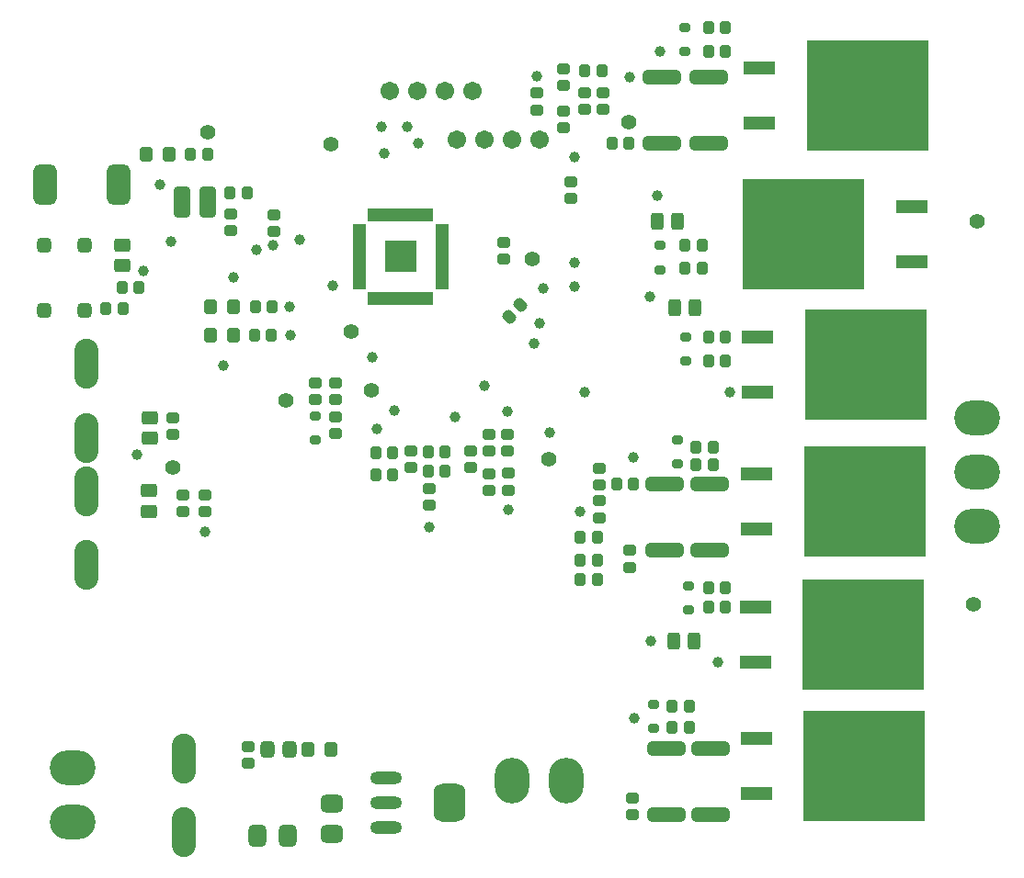
<source format=gts>
G04 Layer_Color=8388736*
%FSLAX25Y25*%
%MOIN*%
G70*
G01*
G75*
G04:AMPARAMS|DCode=51|XSize=47.37mil|YSize=39.5mil|CornerRadius=11.87mil|HoleSize=0mil|Usage=FLASHONLY|Rotation=270.000|XOffset=0mil|YOffset=0mil|HoleType=Round|Shape=RoundedRectangle|*
%AMROUNDEDRECTD51*
21,1,0.04737,0.01575,0,0,270.0*
21,1,0.02362,0.03950,0,0,270.0*
1,1,0.02375,-0.00787,-0.01181*
1,1,0.02375,-0.00787,0.01181*
1,1,0.02375,0.00787,0.01181*
1,1,0.02375,0.00787,-0.01181*
%
%ADD51ROUNDEDRECTD51*%
G04:AMPARAMS|DCode=52|XSize=47.37mil|YSize=39.5mil|CornerRadius=11.87mil|HoleSize=0mil|Usage=FLASHONLY|Rotation=0.000|XOffset=0mil|YOffset=0mil|HoleType=Round|Shape=RoundedRectangle|*
%AMROUNDEDRECTD52*
21,1,0.04737,0.01575,0,0,0.0*
21,1,0.02362,0.03950,0,0,0.0*
1,1,0.02375,0.01181,-0.00787*
1,1,0.02375,-0.01181,-0.00787*
1,1,0.02375,-0.01181,0.00787*
1,1,0.02375,0.01181,0.00787*
%
%ADD52ROUNDEDRECTD52*%
G04:AMPARAMS|DCode=53|XSize=47.37mil|YSize=39.5mil|CornerRadius=11.87mil|HoleSize=0mil|Usage=FLASHONLY|Rotation=315.000|XOffset=0mil|YOffset=0mil|HoleType=Round|Shape=RoundedRectangle|*
%AMROUNDEDRECTD53*
21,1,0.04737,0.01575,0,0,315.0*
21,1,0.02362,0.03950,0,0,315.0*
1,1,0.02375,0.00278,-0.01392*
1,1,0.02375,-0.01392,0.00278*
1,1,0.02375,-0.00278,0.01392*
1,1,0.02375,0.01392,-0.00278*
%
%ADD53ROUNDEDRECTD53*%
G04:AMPARAMS|DCode=54|XSize=47.37mil|YSize=55.24mil|CornerRadius=13.84mil|HoleSize=0mil|Usage=FLASHONLY|Rotation=180.000|XOffset=0mil|YOffset=0mil|HoleType=Round|Shape=RoundedRectangle|*
%AMROUNDEDRECTD54*
21,1,0.04737,0.02756,0,0,180.0*
21,1,0.01968,0.05524,0,0,180.0*
1,1,0.02768,-0.00984,0.01378*
1,1,0.02768,0.00984,0.01378*
1,1,0.02768,0.00984,-0.01378*
1,1,0.02768,-0.00984,-0.01378*
%
%ADD54ROUNDEDRECTD54*%
%ADD55O,0.08674X0.18123*%
G04:AMPARAMS|DCode=56|XSize=63.12mil|YSize=49.34mil|CornerRadius=14.34mil|HoleSize=0mil|Usage=FLASHONLY|Rotation=180.000|XOffset=0mil|YOffset=0mil|HoleType=Round|Shape=RoundedRectangle|*
%AMROUNDEDRECTD56*
21,1,0.06312,0.02067,0,0,180.0*
21,1,0.03445,0.04934,0,0,180.0*
1,1,0.02867,-0.01722,0.01034*
1,1,0.02867,0.01722,0.01034*
1,1,0.02867,0.01722,-0.01034*
1,1,0.02867,-0.01722,-0.01034*
%
%ADD56ROUNDEDRECTD56*%
%ADD57R,0.05131X0.01981*%
%ADD58R,0.01981X0.05131*%
%ADD59R,0.11824X0.11824*%
G04:AMPARAMS|DCode=60|XSize=114.3mil|YSize=63.12mil|CornerRadius=17.78mil|HoleSize=0mil|Usage=FLASHONLY|Rotation=270.000|XOffset=0mil|YOffset=0mil|HoleType=Round|Shape=RoundedRectangle|*
%AMROUNDEDRECTD60*
21,1,0.11430,0.02756,0,0,270.0*
21,1,0.07874,0.06312,0,0,270.0*
1,1,0.03556,-0.01378,-0.03937*
1,1,0.03556,-0.01378,0.03937*
1,1,0.03556,0.01378,0.03937*
1,1,0.03556,0.01378,-0.03937*
%
%ADD60ROUNDEDRECTD60*%
G04:AMPARAMS|DCode=61|XSize=137.92mil|YSize=51.31mil|CornerRadius=14.83mil|HoleSize=0mil|Usage=FLASHONLY|Rotation=180.000|XOffset=0mil|YOffset=0mil|HoleType=Round|Shape=RoundedRectangle|*
%AMROUNDEDRECTD61*
21,1,0.13792,0.02165,0,0,180.0*
21,1,0.10827,0.05131,0,0,180.0*
1,1,0.02965,-0.05413,0.01083*
1,1,0.02965,0.05413,0.01083*
1,1,0.02965,0.05413,-0.01083*
1,1,0.02965,-0.05413,-0.01083*
%
%ADD61ROUNDEDRECTD61*%
G04:AMPARAMS|DCode=62|XSize=55.24mil|YSize=51.31mil|CornerRadius=14.83mil|HoleSize=0mil|Usage=FLASHONLY|Rotation=90.000|XOffset=0mil|YOffset=0mil|HoleType=Round|Shape=RoundedRectangle|*
%AMROUNDEDRECTD62*
21,1,0.05524,0.02165,0,0,90.0*
21,1,0.02559,0.05131,0,0,90.0*
1,1,0.02965,0.01083,0.01279*
1,1,0.02965,0.01083,-0.01279*
1,1,0.02965,-0.01083,-0.01279*
1,1,0.02965,-0.01083,0.01279*
%
%ADD62ROUNDEDRECTD62*%
G04:AMPARAMS|DCode=63|XSize=86.74mil|YSize=145.79mil|CornerRadius=23.68mil|HoleSize=0mil|Usage=FLASHONLY|Rotation=180.000|XOffset=0mil|YOffset=0mil|HoleType=Round|Shape=RoundedRectangle|*
%AMROUNDEDRECTD63*
21,1,0.08674,0.09842,0,0,180.0*
21,1,0.03937,0.14579,0,0,180.0*
1,1,0.04737,-0.01968,0.04921*
1,1,0.04737,0.01968,0.04921*
1,1,0.04737,0.01968,-0.04921*
1,1,0.04737,-0.01968,-0.04921*
%
%ADD63ROUNDEDRECTD63*%
G04:AMPARAMS|DCode=64|XSize=32.8mil|YSize=40.68mil|CornerRadius=10.2mil|HoleSize=0mil|Usage=FLASHONLY|Rotation=90.000|XOffset=0mil|YOffset=0mil|HoleType=Round|Shape=RoundedRectangle|*
%AMROUNDEDRECTD64*
21,1,0.03280,0.02028,0,0,90.0*
21,1,0.01240,0.04068,0,0,90.0*
1,1,0.02040,0.01014,0.00620*
1,1,0.02040,0.01014,-0.00620*
1,1,0.02040,-0.01014,-0.00620*
1,1,0.02040,-0.01014,0.00620*
%
%ADD64ROUNDEDRECTD64*%
%ADD65R,0.11430X0.05131*%
%ADD66R,0.44107X0.40170*%
G04:AMPARAMS|DCode=67|XSize=137.92mil|YSize=114.3mil|CornerRadius=30.57mil|HoleSize=0mil|Usage=FLASHONLY|Rotation=90.000|XOffset=0mil|YOffset=0mil|HoleType=Round|Shape=RoundedRectangle|*
%AMROUNDEDRECTD67*
21,1,0.13792,0.05315,0,0,90.0*
21,1,0.07677,0.11430,0,0,90.0*
1,1,0.06115,0.02657,0.03839*
1,1,0.06115,0.02657,-0.03839*
1,1,0.06115,-0.02657,-0.03839*
1,1,0.06115,-0.02657,0.03839*
%
%ADD67ROUNDEDRECTD67*%
%ADD68O,0.11430X0.04737*%
G04:AMPARAMS|DCode=69|XSize=80.83mil|YSize=65.09mil|CornerRadius=18.27mil|HoleSize=0mil|Usage=FLASHONLY|Rotation=180.000|XOffset=0mil|YOffset=0mil|HoleType=Round|Shape=RoundedRectangle|*
%AMROUNDEDRECTD69*
21,1,0.08083,0.02854,0,0,180.0*
21,1,0.04429,0.06509,0,0,180.0*
1,1,0.03654,-0.02215,0.01427*
1,1,0.03654,0.02215,0.01427*
1,1,0.03654,0.02215,-0.01427*
1,1,0.03654,-0.02215,-0.01427*
%
%ADD69ROUNDEDRECTD69*%
G04:AMPARAMS|DCode=70|XSize=80.83mil|YSize=65.09mil|CornerRadius=18.27mil|HoleSize=0mil|Usage=FLASHONLY|Rotation=270.000|XOffset=0mil|YOffset=0mil|HoleType=Round|Shape=RoundedRectangle|*
%AMROUNDEDRECTD70*
21,1,0.08083,0.02854,0,0,270.0*
21,1,0.04429,0.06509,0,0,270.0*
1,1,0.03654,-0.01427,-0.02215*
1,1,0.03654,-0.01427,0.02215*
1,1,0.03654,0.01427,0.02215*
1,1,0.03654,0.01427,-0.02215*
%
%ADD70ROUNDEDRECTD70*%
G04:AMPARAMS|DCode=71|XSize=61.15mil|YSize=51.31mil|CornerRadius=14.83mil|HoleSize=0mil|Usage=FLASHONLY|Rotation=270.000|XOffset=0mil|YOffset=0mil|HoleType=Round|Shape=RoundedRectangle|*
%AMROUNDEDRECTD71*
21,1,0.06115,0.02165,0,0,270.0*
21,1,0.03150,0.05131,0,0,270.0*
1,1,0.02965,-0.01083,-0.01575*
1,1,0.02965,-0.01083,0.01575*
1,1,0.02965,0.01083,0.01575*
1,1,0.02965,0.01083,-0.01575*
%
%ADD71ROUNDEDRECTD71*%
G04:AMPARAMS|DCode=72|XSize=63.12mil|YSize=49.34mil|CornerRadius=14.34mil|HoleSize=0mil|Usage=FLASHONLY|Rotation=90.000|XOffset=0mil|YOffset=0mil|HoleType=Round|Shape=RoundedRectangle|*
%AMROUNDEDRECTD72*
21,1,0.06312,0.02067,0,0,90.0*
21,1,0.03445,0.04934,0,0,90.0*
1,1,0.02867,0.01034,0.01722*
1,1,0.02867,0.01034,-0.01722*
1,1,0.02867,-0.01034,-0.01722*
1,1,0.02867,-0.01034,0.01722*
%
%ADD72ROUNDEDRECTD72*%
%ADD73C,0.05524*%
%ADD74C,0.06706*%
%ADD75O,0.16548X0.12611*%
%ADD76O,0.12611X0.16548*%
%ADD77C,0.03950*%
D51*
X438484Y220374D02*
D03*
X432382D02*
D03*
X297146Y367717D02*
D03*
X291043D02*
D03*
X440158Y397933D02*
D03*
X434055D02*
D03*
X320669Y312106D02*
D03*
X314567D02*
D03*
X320276Y301870D02*
D03*
X314173D02*
D03*
X260335Y311417D02*
D03*
X266437D02*
D03*
X305315Y353445D02*
D03*
X311417D02*
D03*
X266240Y319291D02*
D03*
X272342D02*
D03*
X470374Y326142D02*
D03*
X476476D02*
D03*
X478740Y405020D02*
D03*
X484842D02*
D03*
X470374Y334409D02*
D03*
X476476D02*
D03*
X478740Y413681D02*
D03*
X484842D02*
D03*
X478740Y301083D02*
D03*
X484842D02*
D03*
X478740Y292421D02*
D03*
X484842D02*
D03*
X474311Y254823D02*
D03*
X480413D02*
D03*
X474311Y261336D02*
D03*
X480413D02*
D03*
X465650Y159646D02*
D03*
X471752D02*
D03*
X465650Y167126D02*
D03*
X471752D02*
D03*
X478740Y203150D02*
D03*
X484842D02*
D03*
X478740Y210236D02*
D03*
X484842D02*
D03*
X443898Y371457D02*
D03*
X450000D02*
D03*
X377182Y252461D02*
D03*
X383284D02*
D03*
X364370Y251279D02*
D03*
X358268D02*
D03*
Y259154D02*
D03*
X364370D02*
D03*
X383169Y259547D02*
D03*
X377067D02*
D03*
X432382Y228642D02*
D03*
X438484D02*
D03*
X438484Y213189D02*
D03*
X432382D02*
D03*
X451575Y247933D02*
D03*
X445472D02*
D03*
D52*
X429035Y351575D02*
D03*
Y357677D02*
D03*
X404724Y329626D02*
D03*
Y335728D02*
D03*
X450295Y217717D02*
D03*
Y223819D02*
D03*
X305413Y346063D02*
D03*
Y339961D02*
D03*
X296260Y243996D02*
D03*
Y237894D02*
D03*
X288189Y243996D02*
D03*
Y237894D02*
D03*
X284449Y272047D02*
D03*
Y265945D02*
D03*
X321080Y345571D02*
D03*
Y339469D02*
D03*
X399229Y266043D02*
D03*
Y259941D02*
D03*
X405742Y266043D02*
D03*
Y259941D02*
D03*
X392717Y253740D02*
D03*
Y259842D02*
D03*
X406136Y251772D02*
D03*
Y245669D02*
D03*
X399229Y251673D02*
D03*
Y245571D02*
D03*
X311811Y146457D02*
D03*
Y152559D02*
D03*
X451279Y133957D02*
D03*
Y127854D02*
D03*
X377559Y240239D02*
D03*
Y246341D02*
D03*
X370948Y253839D02*
D03*
Y259941D02*
D03*
X439353Y235712D02*
D03*
Y241814D02*
D03*
Y247539D02*
D03*
Y253642D02*
D03*
X426083Y377067D02*
D03*
Y383169D02*
D03*
X440453Y383957D02*
D03*
Y390059D02*
D03*
X343602Y284547D02*
D03*
Y278445D02*
D03*
Y272342D02*
D03*
Y266240D02*
D03*
X336122Y278445D02*
D03*
Y284547D02*
D03*
X426083Y392421D02*
D03*
Y398524D02*
D03*
X433957Y383957D02*
D03*
Y390059D02*
D03*
X416437Y389764D02*
D03*
Y383661D02*
D03*
D53*
X406405Y308669D02*
D03*
X410720Y312984D02*
D03*
D54*
X283268Y367717D02*
D03*
X275000D02*
D03*
X306398Y312106D02*
D03*
X298130D02*
D03*
X306398Y301870D02*
D03*
X298130D02*
D03*
X333661Y151476D02*
D03*
X341929D02*
D03*
D55*
X253346Y291437D02*
D03*
X253346Y264665D02*
D03*
Y245374D02*
D03*
Y218602D02*
D03*
X288583Y148327D02*
D03*
Y121555D02*
D03*
D56*
X276181Y264469D02*
D03*
Y271949D02*
D03*
X266142Y334646D02*
D03*
Y327165D02*
D03*
X275787Y245472D02*
D03*
X275787Y237992D02*
D03*
D57*
X352067Y341339D02*
D03*
Y339370D02*
D03*
Y337402D02*
D03*
Y335433D02*
D03*
Y333465D02*
D03*
Y331496D02*
D03*
Y329528D02*
D03*
Y327559D02*
D03*
Y325590D02*
D03*
Y323622D02*
D03*
Y321654D02*
D03*
Y319685D02*
D03*
X382382D02*
D03*
Y321654D02*
D03*
Y323622D02*
D03*
Y325590D02*
D03*
Y327559D02*
D03*
Y329528D02*
D03*
Y331496D02*
D03*
Y333465D02*
D03*
Y335433D02*
D03*
Y337402D02*
D03*
Y339370D02*
D03*
Y341339D02*
D03*
D58*
X356299Y315354D02*
D03*
X358268D02*
D03*
X360236D02*
D03*
X362205D02*
D03*
X364173D02*
D03*
X366142D02*
D03*
X368110D02*
D03*
X370079D02*
D03*
X372047D02*
D03*
X374016D02*
D03*
X375984D02*
D03*
X377953D02*
D03*
Y345669D02*
D03*
X375984D02*
D03*
X374016D02*
D03*
X372047D02*
D03*
X370079D02*
D03*
X368110D02*
D03*
X366142D02*
D03*
X364173D02*
D03*
X362205D02*
D03*
X360236D02*
D03*
X358268D02*
D03*
X356299D02*
D03*
D59*
X367126Y330512D02*
D03*
D60*
X287795Y350394D02*
D03*
X297244D02*
D03*
D61*
X478839Y395571D02*
D03*
Y371555D02*
D03*
X461909D02*
D03*
Y395571D02*
D03*
X479134Y223819D02*
D03*
Y247835D02*
D03*
X462992Y247835D02*
D03*
Y223819D02*
D03*
X479626Y151969D02*
D03*
Y127953D02*
D03*
X463484Y127953D02*
D03*
Y151969D02*
D03*
D62*
X237992Y334646D02*
D03*
X252559D02*
D03*
Y311024D02*
D03*
X237992D02*
D03*
D63*
X265059Y356594D02*
D03*
X238287D02*
D03*
D64*
X461221Y325709D02*
D03*
Y334449D02*
D03*
X470669Y301161D02*
D03*
Y292421D02*
D03*
X467717Y255079D02*
D03*
Y263819D02*
D03*
X458858Y159213D02*
D03*
Y167953D02*
D03*
X471555Y202323D02*
D03*
Y211063D02*
D03*
X336122Y272660D02*
D03*
Y263920D02*
D03*
X470374Y404941D02*
D03*
Y413681D02*
D03*
D65*
X552461Y328543D02*
D03*
Y348543D02*
D03*
X497342Y398917D02*
D03*
Y378917D02*
D03*
X496260Y251496D02*
D03*
Y231496D02*
D03*
X496555Y301083D02*
D03*
X496555Y281083D02*
D03*
X495768Y203248D02*
D03*
X495768Y183248D02*
D03*
X496063Y155669D02*
D03*
Y135669D02*
D03*
D66*
X513287Y338543D02*
D03*
X536516Y388917D02*
D03*
X535433Y241496D02*
D03*
X535728Y291083D02*
D03*
X534941Y193248D02*
D03*
X535236Y145669D02*
D03*
D67*
X385039Y132185D02*
D03*
D68*
X361811Y123130D02*
D03*
X361811Y132185D02*
D03*
Y141240D02*
D03*
D69*
X342289Y131791D02*
D03*
Y120768D02*
D03*
D70*
X315354Y120079D02*
D03*
X326378Y120079D02*
D03*
D71*
X318898Y151476D02*
D03*
X326772D02*
D03*
D72*
X460236Y343307D02*
D03*
X467717D02*
D03*
X466142Y191043D02*
D03*
X473622D02*
D03*
X466437Y311910D02*
D03*
X473917D02*
D03*
D73*
X297146Y375689D02*
D03*
X349311Y303346D02*
D03*
X284449Y254035D02*
D03*
X325590Y278346D02*
D03*
X341929Y371161D02*
D03*
X574902Y204134D02*
D03*
X576378Y343307D02*
D03*
X420965Y256988D02*
D03*
X449803Y379331D02*
D03*
X414961Y329528D02*
D03*
X356594Y281791D02*
D03*
D74*
X397598Y372736D02*
D03*
X387598D02*
D03*
X407598D02*
D03*
X417598D02*
D03*
X373366Y390650D02*
D03*
X363366Y390650D02*
D03*
X383366Y390650D02*
D03*
X393366D02*
D03*
D75*
X248228Y125098D02*
D03*
Y144783D02*
D03*
X576083Y232677D02*
D03*
Y252362D02*
D03*
Y272047D02*
D03*
D76*
X407579Y140157D02*
D03*
X427264D02*
D03*
D77*
X430118Y319587D02*
D03*
Y328150D02*
D03*
X421063Y266732D02*
D03*
X356988Y293898D02*
D03*
X461122Y404921D02*
D03*
X430315Y366535D02*
D03*
X450098Y395571D02*
D03*
X417520Y306201D02*
D03*
X387008Y272342D02*
D03*
X358465Y268012D02*
D03*
X451575Y257677D02*
D03*
X451772Y162795D02*
D03*
X416437Y395965D02*
D03*
X415650Y298917D02*
D03*
X482382Y183268D02*
D03*
X306496Y323031D02*
D03*
X279921Y356594D02*
D03*
X315059Y332874D02*
D03*
X320768Y334547D02*
D03*
X326772Y312106D02*
D03*
X330413Y336417D02*
D03*
X327362Y301870D02*
D03*
X373425Y371555D02*
D03*
X369685Y377461D02*
D03*
X360138Y377559D02*
D03*
X405807Y274114D02*
D03*
X486516Y281102D02*
D03*
X418898Y318898D02*
D03*
X364764Y274508D02*
D03*
X342717Y319980D02*
D03*
X361319Y367815D02*
D03*
X273917Y325098D02*
D03*
X271555Y258661D02*
D03*
X296260Y230512D02*
D03*
X377559Y232382D02*
D03*
X406102Y238484D02*
D03*
X460236Y352559D02*
D03*
X432185Y237894D02*
D03*
X457874Y191043D02*
D03*
X457677Y315748D02*
D03*
X303051Y290846D02*
D03*
X365551Y330610D02*
D03*
X283858Y335925D02*
D03*
X434055Y281398D02*
D03*
X397638Y283465D02*
D03*
M02*

</source>
